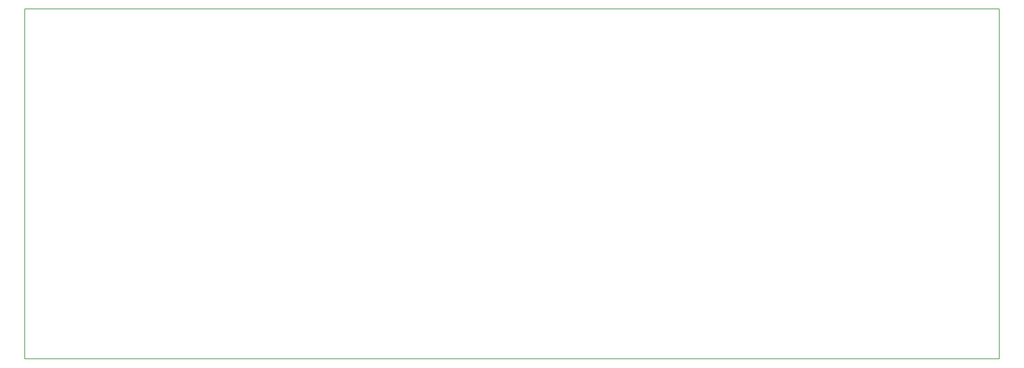
<source format=gm1>
%TF.GenerationSoftware,KiCad,Pcbnew,8.0.1*%
%TF.CreationDate,2024-04-02T22:55:17+01:00*%
%TF.ProjectId,Controller_PCB,436f6e74-726f-46c6-9c65-725f5043422e,v0.1*%
%TF.SameCoordinates,Original*%
%TF.FileFunction,Profile,NP*%
%FSLAX46Y46*%
G04 Gerber Fmt 4.6, Leading zero omitted, Abs format (unit mm)*
G04 Created by KiCad (PCBNEW 8.0.1) date 2024-04-02 22:55:17*
%MOMM*%
%LPD*%
G01*
G04 APERTURE LIST*
%TA.AperFunction,Profile*%
%ADD10C,0.200000*%
%TD*%
G04 APERTURE END LIST*
D10*
X25000000Y-70000000D02*
X275000000Y-70000000D01*
X275000000Y-160000000D01*
X25000000Y-160000000D01*
X25000000Y-70000000D01*
M02*

</source>
